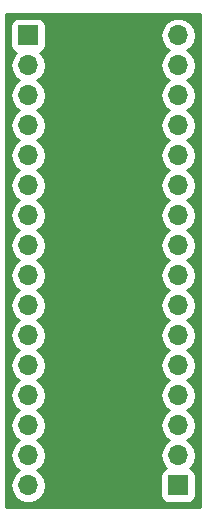
<source format=gbr>
G04 #@! TF.GenerationSoftware,KiCad,Pcbnew,(5.0.0-3-g5ebb6b6)*
G04 #@! TF.CreationDate,2019-01-26T00:41:44+00:00*
G04 #@! TF.ProjectId,QFN32,51464E33322E6B696361645F70636200,rev?*
G04 #@! TF.SameCoordinates,Original*
G04 #@! TF.FileFunction,Copper,L2,Bot,Signal*
G04 #@! TF.FilePolarity,Positive*
%FSLAX46Y46*%
G04 Gerber Fmt 4.6, Leading zero omitted, Abs format (unit mm)*
G04 Created by KiCad (PCBNEW (5.0.0-3-g5ebb6b6)) date Saturday, 26 January 2019 at 00:41:44*
%MOMM*%
%LPD*%
G01*
G04 APERTURE LIST*
G04 #@! TA.AperFunction,ComponentPad*
%ADD10R,1.700000X1.700000*%
G04 #@! TD*
G04 #@! TA.AperFunction,ComponentPad*
%ADD11O,1.700000X1.700000*%
G04 #@! TD*
G04 #@! TA.AperFunction,ViaPad*
%ADD12C,0.500000*%
G04 #@! TD*
G04 #@! TA.AperFunction,Conductor*
%ADD13C,0.100000*%
G04 #@! TD*
G04 #@! TA.AperFunction,Conductor*
%ADD14C,2.500000*%
G04 #@! TD*
G04 #@! TA.AperFunction,Conductor*
%ADD15C,0.254000*%
G04 #@! TD*
G04 APERTURE END LIST*
D10*
G04 #@! TO.P,J1,1*
G04 #@! TO.N,/THERMAL_PAD*
X135890000Y-114300000D03*
G04 #@! TD*
G04 #@! TO.P,J2,1*
G04 #@! TO.N,/THERMAL_PAD*
X135890000Y-76200000D03*
G04 #@! TD*
G04 #@! TO.P,J3,1*
G04 #@! TO.N,/1*
X129540000Y-76200000D03*
D11*
G04 #@! TO.P,J3,2*
G04 #@! TO.N,/2*
X129540000Y-78740000D03*
G04 #@! TO.P,J3,3*
G04 #@! TO.N,/3*
X129540000Y-81280000D03*
G04 #@! TO.P,J3,4*
G04 #@! TO.N,/4*
X129540000Y-83820000D03*
G04 #@! TO.P,J3,5*
G04 #@! TO.N,/5*
X129540000Y-86360000D03*
G04 #@! TO.P,J3,6*
G04 #@! TO.N,/6*
X129540000Y-88900000D03*
G04 #@! TO.P,J3,7*
G04 #@! TO.N,/7*
X129540000Y-91440000D03*
G04 #@! TO.P,J3,8*
G04 #@! TO.N,/8*
X129540000Y-93980000D03*
G04 #@! TO.P,J3,9*
G04 #@! TO.N,/9*
X129540000Y-96520000D03*
G04 #@! TO.P,J3,10*
G04 #@! TO.N,/10*
X129540000Y-99060000D03*
G04 #@! TO.P,J3,11*
G04 #@! TO.N,/11*
X129540000Y-101600000D03*
G04 #@! TO.P,J3,12*
G04 #@! TO.N,/12*
X129540000Y-104140000D03*
G04 #@! TO.P,J3,13*
G04 #@! TO.N,/13*
X129540000Y-106680000D03*
G04 #@! TO.P,J3,14*
G04 #@! TO.N,/14*
X129540000Y-109220000D03*
G04 #@! TO.P,J3,15*
G04 #@! TO.N,/15*
X129540000Y-111760000D03*
G04 #@! TO.P,J3,16*
G04 #@! TO.N,/16*
X129540000Y-114300000D03*
G04 #@! TD*
G04 #@! TO.P,J4,16*
G04 #@! TO.N,/32*
X142240000Y-76200000D03*
G04 #@! TO.P,J4,15*
G04 #@! TO.N,/31*
X142240000Y-78740000D03*
G04 #@! TO.P,J4,14*
G04 #@! TO.N,/30*
X142240000Y-81280000D03*
G04 #@! TO.P,J4,13*
G04 #@! TO.N,/29*
X142240000Y-83820000D03*
G04 #@! TO.P,J4,12*
G04 #@! TO.N,/28*
X142240000Y-86360000D03*
G04 #@! TO.P,J4,11*
G04 #@! TO.N,/27*
X142240000Y-88900000D03*
G04 #@! TO.P,J4,10*
G04 #@! TO.N,/26*
X142240000Y-91440000D03*
G04 #@! TO.P,J4,9*
G04 #@! TO.N,/25*
X142240000Y-93980000D03*
G04 #@! TO.P,J4,8*
G04 #@! TO.N,/24*
X142240000Y-96520000D03*
G04 #@! TO.P,J4,7*
G04 #@! TO.N,/23*
X142240000Y-99060000D03*
G04 #@! TO.P,J4,6*
G04 #@! TO.N,/22*
X142240000Y-101600000D03*
G04 #@! TO.P,J4,5*
G04 #@! TO.N,/21*
X142240000Y-104140000D03*
G04 #@! TO.P,J4,4*
G04 #@! TO.N,/20*
X142240000Y-106680000D03*
G04 #@! TO.P,J4,3*
G04 #@! TO.N,/19*
X142240000Y-109220000D03*
G04 #@! TO.P,J4,2*
G04 #@! TO.N,/18*
X142240000Y-111760000D03*
D10*
G04 #@! TO.P,J4,1*
G04 #@! TO.N,/17*
X142240000Y-114300000D03*
G04 #@! TD*
D12*
G04 #@! TO.N,/THERMAL_PAD*
G04 #@! TO.C,U1*
X135890000Y-93835786D03*
X136597107Y-94542893D03*
X137304214Y-95250000D03*
X135182893Y-94542893D03*
X135890000Y-95250000D03*
X136597107Y-95957107D03*
X134475786Y-95250000D03*
X135182893Y-95957107D03*
X135890000Y-96664214D03*
D13*
G36*
X135914504Y-93586990D02*
X135938773Y-93590590D01*
X135962571Y-93596551D01*
X135985671Y-93604816D01*
X136007849Y-93615306D01*
X136028893Y-93627919D01*
X136048598Y-93642533D01*
X136066777Y-93659009D01*
X137480991Y-95073223D01*
X137497467Y-95091402D01*
X137512081Y-95111107D01*
X137524694Y-95132151D01*
X137535184Y-95154329D01*
X137543449Y-95177429D01*
X137549410Y-95201227D01*
X137553010Y-95225496D01*
X137554214Y-95250000D01*
X137553010Y-95274504D01*
X137549410Y-95298773D01*
X137543449Y-95322571D01*
X137535184Y-95345671D01*
X137524694Y-95367849D01*
X137512081Y-95388893D01*
X137497467Y-95408598D01*
X137480991Y-95426777D01*
X136066777Y-96840991D01*
X136048598Y-96857467D01*
X136028893Y-96872081D01*
X136007849Y-96884694D01*
X135985671Y-96895184D01*
X135962571Y-96903449D01*
X135938773Y-96909410D01*
X135914504Y-96913010D01*
X135890000Y-96914214D01*
X135865496Y-96913010D01*
X135841227Y-96909410D01*
X135817429Y-96903449D01*
X135794329Y-96895184D01*
X135772151Y-96884694D01*
X135751107Y-96872081D01*
X135731402Y-96857467D01*
X135713223Y-96840991D01*
X134299009Y-95426777D01*
X134282533Y-95408598D01*
X134267919Y-95388893D01*
X134255306Y-95367849D01*
X134244816Y-95345671D01*
X134236551Y-95322571D01*
X134230590Y-95298773D01*
X134226990Y-95274504D01*
X134225786Y-95250000D01*
X134226990Y-95225496D01*
X134230590Y-95201227D01*
X134236551Y-95177429D01*
X134244816Y-95154329D01*
X134255306Y-95132151D01*
X134267919Y-95111107D01*
X134282533Y-95091402D01*
X134299009Y-95073223D01*
X135713223Y-93659009D01*
X135731402Y-93642533D01*
X135751107Y-93627919D01*
X135772151Y-93615306D01*
X135794329Y-93604816D01*
X135817429Y-93596551D01*
X135841227Y-93590590D01*
X135865496Y-93586990D01*
X135890000Y-93585786D01*
X135914504Y-93586990D01*
X135914504Y-93586990D01*
G37*
D14*
X135890000Y-95250000D03*
G04 #@! TD*
D15*
G04 #@! TO.N,/THERMAL_PAD*
G36*
X144070001Y-116130000D02*
X127710000Y-116130000D01*
X127710000Y-78740000D01*
X128025908Y-78740000D01*
X128141161Y-79319418D01*
X128469375Y-79810625D01*
X128767761Y-80010000D01*
X128469375Y-80209375D01*
X128141161Y-80700582D01*
X128025908Y-81280000D01*
X128141161Y-81859418D01*
X128469375Y-82350625D01*
X128767761Y-82550000D01*
X128469375Y-82749375D01*
X128141161Y-83240582D01*
X128025908Y-83820000D01*
X128141161Y-84399418D01*
X128469375Y-84890625D01*
X128767761Y-85090000D01*
X128469375Y-85289375D01*
X128141161Y-85780582D01*
X128025908Y-86360000D01*
X128141161Y-86939418D01*
X128469375Y-87430625D01*
X128767761Y-87630000D01*
X128469375Y-87829375D01*
X128141161Y-88320582D01*
X128025908Y-88900000D01*
X128141161Y-89479418D01*
X128469375Y-89970625D01*
X128767761Y-90170000D01*
X128469375Y-90369375D01*
X128141161Y-90860582D01*
X128025908Y-91440000D01*
X128141161Y-92019418D01*
X128469375Y-92510625D01*
X128767761Y-92710000D01*
X128469375Y-92909375D01*
X128141161Y-93400582D01*
X128025908Y-93980000D01*
X128141161Y-94559418D01*
X128469375Y-95050625D01*
X128767761Y-95250000D01*
X128469375Y-95449375D01*
X128141161Y-95940582D01*
X128025908Y-96520000D01*
X128141161Y-97099418D01*
X128469375Y-97590625D01*
X128767761Y-97790000D01*
X128469375Y-97989375D01*
X128141161Y-98480582D01*
X128025908Y-99060000D01*
X128141161Y-99639418D01*
X128469375Y-100130625D01*
X128767761Y-100330000D01*
X128469375Y-100529375D01*
X128141161Y-101020582D01*
X128025908Y-101600000D01*
X128141161Y-102179418D01*
X128469375Y-102670625D01*
X128767761Y-102870000D01*
X128469375Y-103069375D01*
X128141161Y-103560582D01*
X128025908Y-104140000D01*
X128141161Y-104719418D01*
X128469375Y-105210625D01*
X128767761Y-105410000D01*
X128469375Y-105609375D01*
X128141161Y-106100582D01*
X128025908Y-106680000D01*
X128141161Y-107259418D01*
X128469375Y-107750625D01*
X128767761Y-107950000D01*
X128469375Y-108149375D01*
X128141161Y-108640582D01*
X128025908Y-109220000D01*
X128141161Y-109799418D01*
X128469375Y-110290625D01*
X128767761Y-110490000D01*
X128469375Y-110689375D01*
X128141161Y-111180582D01*
X128025908Y-111760000D01*
X128141161Y-112339418D01*
X128469375Y-112830625D01*
X128767761Y-113030000D01*
X128469375Y-113229375D01*
X128141161Y-113720582D01*
X128025908Y-114300000D01*
X128141161Y-114879418D01*
X128469375Y-115370625D01*
X128960582Y-115698839D01*
X129393744Y-115785000D01*
X129686256Y-115785000D01*
X130119418Y-115698839D01*
X130610625Y-115370625D01*
X130938839Y-114879418D01*
X131054092Y-114300000D01*
X130938839Y-113720582D01*
X130610625Y-113229375D01*
X130312239Y-113030000D01*
X130610625Y-112830625D01*
X130938839Y-112339418D01*
X131054092Y-111760000D01*
X130938839Y-111180582D01*
X130610625Y-110689375D01*
X130312239Y-110490000D01*
X130610625Y-110290625D01*
X130938839Y-109799418D01*
X131054092Y-109220000D01*
X130938839Y-108640582D01*
X130610625Y-108149375D01*
X130312239Y-107950000D01*
X130610625Y-107750625D01*
X130938839Y-107259418D01*
X131054092Y-106680000D01*
X130938839Y-106100582D01*
X130610625Y-105609375D01*
X130312239Y-105410000D01*
X130610625Y-105210625D01*
X130938839Y-104719418D01*
X131054092Y-104140000D01*
X130938839Y-103560582D01*
X130610625Y-103069375D01*
X130312239Y-102870000D01*
X130610625Y-102670625D01*
X130938839Y-102179418D01*
X131054092Y-101600000D01*
X130938839Y-101020582D01*
X130610625Y-100529375D01*
X130312239Y-100330000D01*
X130610625Y-100130625D01*
X130938839Y-99639418D01*
X131054092Y-99060000D01*
X130938839Y-98480582D01*
X130610625Y-97989375D01*
X130312239Y-97790000D01*
X130610625Y-97590625D01*
X130938839Y-97099418D01*
X131054092Y-96520000D01*
X130938839Y-95940582D01*
X130610625Y-95449375D01*
X130312239Y-95250000D01*
X130610625Y-95050625D01*
X130938839Y-94559418D01*
X131054092Y-93980000D01*
X130938839Y-93400582D01*
X130610625Y-92909375D01*
X130312239Y-92710000D01*
X130610625Y-92510625D01*
X130938839Y-92019418D01*
X131054092Y-91440000D01*
X130938839Y-90860582D01*
X130610625Y-90369375D01*
X130312239Y-90170000D01*
X130610625Y-89970625D01*
X130938839Y-89479418D01*
X131054092Y-88900000D01*
X130938839Y-88320582D01*
X130610625Y-87829375D01*
X130312239Y-87630000D01*
X130610625Y-87430625D01*
X130938839Y-86939418D01*
X131054092Y-86360000D01*
X130938839Y-85780582D01*
X130610625Y-85289375D01*
X130312239Y-85090000D01*
X130610625Y-84890625D01*
X130938839Y-84399418D01*
X131054092Y-83820000D01*
X130938839Y-83240582D01*
X130610625Y-82749375D01*
X130312239Y-82550000D01*
X130610625Y-82350625D01*
X130938839Y-81859418D01*
X131054092Y-81280000D01*
X130938839Y-80700582D01*
X130610625Y-80209375D01*
X130312239Y-80010000D01*
X130610625Y-79810625D01*
X130938839Y-79319418D01*
X131054092Y-78740000D01*
X130938839Y-78160582D01*
X130610625Y-77669375D01*
X130592381Y-77657184D01*
X130637765Y-77648157D01*
X130847809Y-77507809D01*
X130988157Y-77297765D01*
X131037440Y-77050000D01*
X131037440Y-76200000D01*
X140725908Y-76200000D01*
X140841161Y-76779418D01*
X141169375Y-77270625D01*
X141467761Y-77470000D01*
X141169375Y-77669375D01*
X140841161Y-78160582D01*
X140725908Y-78740000D01*
X140841161Y-79319418D01*
X141169375Y-79810625D01*
X141467761Y-80010000D01*
X141169375Y-80209375D01*
X140841161Y-80700582D01*
X140725908Y-81280000D01*
X140841161Y-81859418D01*
X141169375Y-82350625D01*
X141467761Y-82550000D01*
X141169375Y-82749375D01*
X140841161Y-83240582D01*
X140725908Y-83820000D01*
X140841161Y-84399418D01*
X141169375Y-84890625D01*
X141467761Y-85090000D01*
X141169375Y-85289375D01*
X140841161Y-85780582D01*
X140725908Y-86360000D01*
X140841161Y-86939418D01*
X141169375Y-87430625D01*
X141467761Y-87630000D01*
X141169375Y-87829375D01*
X140841161Y-88320582D01*
X140725908Y-88900000D01*
X140841161Y-89479418D01*
X141169375Y-89970625D01*
X141467761Y-90170000D01*
X141169375Y-90369375D01*
X140841161Y-90860582D01*
X140725908Y-91440000D01*
X140841161Y-92019418D01*
X141169375Y-92510625D01*
X141467761Y-92710000D01*
X141169375Y-92909375D01*
X140841161Y-93400582D01*
X140725908Y-93980000D01*
X140841161Y-94559418D01*
X141169375Y-95050625D01*
X141467761Y-95250000D01*
X141169375Y-95449375D01*
X140841161Y-95940582D01*
X140725908Y-96520000D01*
X140841161Y-97099418D01*
X141169375Y-97590625D01*
X141467761Y-97790000D01*
X141169375Y-97989375D01*
X140841161Y-98480582D01*
X140725908Y-99060000D01*
X140841161Y-99639418D01*
X141169375Y-100130625D01*
X141467761Y-100330000D01*
X141169375Y-100529375D01*
X140841161Y-101020582D01*
X140725908Y-101600000D01*
X140841161Y-102179418D01*
X141169375Y-102670625D01*
X141467761Y-102870000D01*
X141169375Y-103069375D01*
X140841161Y-103560582D01*
X140725908Y-104140000D01*
X140841161Y-104719418D01*
X141169375Y-105210625D01*
X141467761Y-105410000D01*
X141169375Y-105609375D01*
X140841161Y-106100582D01*
X140725908Y-106680000D01*
X140841161Y-107259418D01*
X141169375Y-107750625D01*
X141467761Y-107950000D01*
X141169375Y-108149375D01*
X140841161Y-108640582D01*
X140725908Y-109220000D01*
X140841161Y-109799418D01*
X141169375Y-110290625D01*
X141467761Y-110490000D01*
X141169375Y-110689375D01*
X140841161Y-111180582D01*
X140725908Y-111760000D01*
X140841161Y-112339418D01*
X141169375Y-112830625D01*
X141187619Y-112842816D01*
X141142235Y-112851843D01*
X140932191Y-112992191D01*
X140791843Y-113202235D01*
X140742560Y-113450000D01*
X140742560Y-115150000D01*
X140791843Y-115397765D01*
X140932191Y-115607809D01*
X141142235Y-115748157D01*
X141390000Y-115797440D01*
X143090000Y-115797440D01*
X143337765Y-115748157D01*
X143547809Y-115607809D01*
X143688157Y-115397765D01*
X143737440Y-115150000D01*
X143737440Y-113450000D01*
X143688157Y-113202235D01*
X143547809Y-112992191D01*
X143337765Y-112851843D01*
X143292381Y-112842816D01*
X143310625Y-112830625D01*
X143638839Y-112339418D01*
X143754092Y-111760000D01*
X143638839Y-111180582D01*
X143310625Y-110689375D01*
X143012239Y-110490000D01*
X143310625Y-110290625D01*
X143638839Y-109799418D01*
X143754092Y-109220000D01*
X143638839Y-108640582D01*
X143310625Y-108149375D01*
X143012239Y-107950000D01*
X143310625Y-107750625D01*
X143638839Y-107259418D01*
X143754092Y-106680000D01*
X143638839Y-106100582D01*
X143310625Y-105609375D01*
X143012239Y-105410000D01*
X143310625Y-105210625D01*
X143638839Y-104719418D01*
X143754092Y-104140000D01*
X143638839Y-103560582D01*
X143310625Y-103069375D01*
X143012239Y-102870000D01*
X143310625Y-102670625D01*
X143638839Y-102179418D01*
X143754092Y-101600000D01*
X143638839Y-101020582D01*
X143310625Y-100529375D01*
X143012239Y-100330000D01*
X143310625Y-100130625D01*
X143638839Y-99639418D01*
X143754092Y-99060000D01*
X143638839Y-98480582D01*
X143310625Y-97989375D01*
X143012239Y-97790000D01*
X143310625Y-97590625D01*
X143638839Y-97099418D01*
X143754092Y-96520000D01*
X143638839Y-95940582D01*
X143310625Y-95449375D01*
X143012239Y-95250000D01*
X143310625Y-95050625D01*
X143638839Y-94559418D01*
X143754092Y-93980000D01*
X143638839Y-93400582D01*
X143310625Y-92909375D01*
X143012239Y-92710000D01*
X143310625Y-92510625D01*
X143638839Y-92019418D01*
X143754092Y-91440000D01*
X143638839Y-90860582D01*
X143310625Y-90369375D01*
X143012239Y-90170000D01*
X143310625Y-89970625D01*
X143638839Y-89479418D01*
X143754092Y-88900000D01*
X143638839Y-88320582D01*
X143310625Y-87829375D01*
X143012239Y-87630000D01*
X143310625Y-87430625D01*
X143638839Y-86939418D01*
X143754092Y-86360000D01*
X143638839Y-85780582D01*
X143310625Y-85289375D01*
X143012239Y-85090000D01*
X143310625Y-84890625D01*
X143638839Y-84399418D01*
X143754092Y-83820000D01*
X143638839Y-83240582D01*
X143310625Y-82749375D01*
X143012239Y-82550000D01*
X143310625Y-82350625D01*
X143638839Y-81859418D01*
X143754092Y-81280000D01*
X143638839Y-80700582D01*
X143310625Y-80209375D01*
X143012239Y-80010000D01*
X143310625Y-79810625D01*
X143638839Y-79319418D01*
X143754092Y-78740000D01*
X143638839Y-78160582D01*
X143310625Y-77669375D01*
X143012239Y-77470000D01*
X143310625Y-77270625D01*
X143638839Y-76779418D01*
X143754092Y-76200000D01*
X143638839Y-75620582D01*
X143310625Y-75129375D01*
X142819418Y-74801161D01*
X142386256Y-74715000D01*
X142093744Y-74715000D01*
X141660582Y-74801161D01*
X141169375Y-75129375D01*
X140841161Y-75620582D01*
X140725908Y-76200000D01*
X131037440Y-76200000D01*
X131037440Y-75350000D01*
X130988157Y-75102235D01*
X130847809Y-74892191D01*
X130637765Y-74751843D01*
X130390000Y-74702560D01*
X128690000Y-74702560D01*
X128442235Y-74751843D01*
X128232191Y-74892191D01*
X128091843Y-75102235D01*
X128042560Y-75350000D01*
X128042560Y-77050000D01*
X128091843Y-77297765D01*
X128232191Y-77507809D01*
X128442235Y-77648157D01*
X128487619Y-77657184D01*
X128469375Y-77669375D01*
X128141161Y-78160582D01*
X128025908Y-78740000D01*
X127710000Y-78740000D01*
X127710000Y-74395000D01*
X144070000Y-74395000D01*
X144070001Y-116130000D01*
X144070001Y-116130000D01*
G37*
X144070001Y-116130000D02*
X127710000Y-116130000D01*
X127710000Y-78740000D01*
X128025908Y-78740000D01*
X128141161Y-79319418D01*
X128469375Y-79810625D01*
X128767761Y-80010000D01*
X128469375Y-80209375D01*
X128141161Y-80700582D01*
X128025908Y-81280000D01*
X128141161Y-81859418D01*
X128469375Y-82350625D01*
X128767761Y-82550000D01*
X128469375Y-82749375D01*
X128141161Y-83240582D01*
X128025908Y-83820000D01*
X128141161Y-84399418D01*
X128469375Y-84890625D01*
X128767761Y-85090000D01*
X128469375Y-85289375D01*
X128141161Y-85780582D01*
X128025908Y-86360000D01*
X128141161Y-86939418D01*
X128469375Y-87430625D01*
X128767761Y-87630000D01*
X128469375Y-87829375D01*
X128141161Y-88320582D01*
X128025908Y-88900000D01*
X128141161Y-89479418D01*
X128469375Y-89970625D01*
X128767761Y-90170000D01*
X128469375Y-90369375D01*
X128141161Y-90860582D01*
X128025908Y-91440000D01*
X128141161Y-92019418D01*
X128469375Y-92510625D01*
X128767761Y-92710000D01*
X128469375Y-92909375D01*
X128141161Y-93400582D01*
X128025908Y-93980000D01*
X128141161Y-94559418D01*
X128469375Y-95050625D01*
X128767761Y-95250000D01*
X128469375Y-95449375D01*
X128141161Y-95940582D01*
X128025908Y-96520000D01*
X128141161Y-97099418D01*
X128469375Y-97590625D01*
X128767761Y-97790000D01*
X128469375Y-97989375D01*
X128141161Y-98480582D01*
X128025908Y-99060000D01*
X128141161Y-99639418D01*
X128469375Y-100130625D01*
X128767761Y-100330000D01*
X128469375Y-100529375D01*
X128141161Y-101020582D01*
X128025908Y-101600000D01*
X128141161Y-102179418D01*
X128469375Y-102670625D01*
X128767761Y-102870000D01*
X128469375Y-103069375D01*
X128141161Y-103560582D01*
X128025908Y-104140000D01*
X128141161Y-104719418D01*
X128469375Y-105210625D01*
X128767761Y-105410000D01*
X128469375Y-105609375D01*
X128141161Y-106100582D01*
X128025908Y-106680000D01*
X128141161Y-107259418D01*
X128469375Y-107750625D01*
X128767761Y-107950000D01*
X128469375Y-108149375D01*
X128141161Y-108640582D01*
X128025908Y-109220000D01*
X128141161Y-109799418D01*
X128469375Y-110290625D01*
X128767761Y-110490000D01*
X128469375Y-110689375D01*
X128141161Y-111180582D01*
X128025908Y-111760000D01*
X128141161Y-112339418D01*
X128469375Y-112830625D01*
X128767761Y-113030000D01*
X128469375Y-113229375D01*
X128141161Y-113720582D01*
X128025908Y-114300000D01*
X128141161Y-114879418D01*
X128469375Y-115370625D01*
X128960582Y-115698839D01*
X129393744Y-115785000D01*
X129686256Y-115785000D01*
X130119418Y-115698839D01*
X130610625Y-115370625D01*
X130938839Y-114879418D01*
X131054092Y-114300000D01*
X130938839Y-113720582D01*
X130610625Y-113229375D01*
X130312239Y-113030000D01*
X130610625Y-112830625D01*
X130938839Y-112339418D01*
X131054092Y-111760000D01*
X130938839Y-111180582D01*
X130610625Y-110689375D01*
X130312239Y-110490000D01*
X130610625Y-110290625D01*
X130938839Y-109799418D01*
X131054092Y-109220000D01*
X130938839Y-108640582D01*
X130610625Y-108149375D01*
X130312239Y-107950000D01*
X130610625Y-107750625D01*
X130938839Y-107259418D01*
X131054092Y-106680000D01*
X130938839Y-106100582D01*
X130610625Y-105609375D01*
X130312239Y-105410000D01*
X130610625Y-105210625D01*
X130938839Y-104719418D01*
X131054092Y-104140000D01*
X130938839Y-103560582D01*
X130610625Y-103069375D01*
X130312239Y-102870000D01*
X130610625Y-102670625D01*
X130938839Y-102179418D01*
X131054092Y-101600000D01*
X130938839Y-101020582D01*
X130610625Y-100529375D01*
X130312239Y-100330000D01*
X130610625Y-100130625D01*
X130938839Y-99639418D01*
X131054092Y-99060000D01*
X130938839Y-98480582D01*
X130610625Y-97989375D01*
X130312239Y-97790000D01*
X130610625Y-97590625D01*
X130938839Y-97099418D01*
X131054092Y-96520000D01*
X130938839Y-95940582D01*
X130610625Y-95449375D01*
X130312239Y-95250000D01*
X130610625Y-95050625D01*
X130938839Y-94559418D01*
X131054092Y-93980000D01*
X130938839Y-93400582D01*
X130610625Y-92909375D01*
X130312239Y-92710000D01*
X130610625Y-92510625D01*
X130938839Y-92019418D01*
X131054092Y-91440000D01*
X130938839Y-90860582D01*
X130610625Y-90369375D01*
X130312239Y-90170000D01*
X130610625Y-89970625D01*
X130938839Y-89479418D01*
X131054092Y-88900000D01*
X130938839Y-88320582D01*
X130610625Y-87829375D01*
X130312239Y-87630000D01*
X130610625Y-87430625D01*
X130938839Y-86939418D01*
X131054092Y-86360000D01*
X130938839Y-85780582D01*
X130610625Y-85289375D01*
X130312239Y-85090000D01*
X130610625Y-84890625D01*
X130938839Y-84399418D01*
X131054092Y-83820000D01*
X130938839Y-83240582D01*
X130610625Y-82749375D01*
X130312239Y-82550000D01*
X130610625Y-82350625D01*
X130938839Y-81859418D01*
X131054092Y-81280000D01*
X130938839Y-80700582D01*
X130610625Y-80209375D01*
X130312239Y-80010000D01*
X130610625Y-79810625D01*
X130938839Y-79319418D01*
X131054092Y-78740000D01*
X130938839Y-78160582D01*
X130610625Y-77669375D01*
X130592381Y-77657184D01*
X130637765Y-77648157D01*
X130847809Y-77507809D01*
X130988157Y-77297765D01*
X131037440Y-77050000D01*
X131037440Y-76200000D01*
X140725908Y-76200000D01*
X140841161Y-76779418D01*
X141169375Y-77270625D01*
X141467761Y-77470000D01*
X141169375Y-77669375D01*
X140841161Y-78160582D01*
X140725908Y-78740000D01*
X140841161Y-79319418D01*
X141169375Y-79810625D01*
X141467761Y-80010000D01*
X141169375Y-80209375D01*
X140841161Y-80700582D01*
X140725908Y-81280000D01*
X140841161Y-81859418D01*
X141169375Y-82350625D01*
X141467761Y-82550000D01*
X141169375Y-82749375D01*
X140841161Y-83240582D01*
X140725908Y-83820000D01*
X140841161Y-84399418D01*
X141169375Y-84890625D01*
X141467761Y-85090000D01*
X141169375Y-85289375D01*
X140841161Y-85780582D01*
X140725908Y-86360000D01*
X140841161Y-86939418D01*
X141169375Y-87430625D01*
X141467761Y-87630000D01*
X141169375Y-87829375D01*
X140841161Y-88320582D01*
X140725908Y-88900000D01*
X140841161Y-89479418D01*
X141169375Y-89970625D01*
X141467761Y-90170000D01*
X141169375Y-90369375D01*
X140841161Y-90860582D01*
X140725908Y-91440000D01*
X140841161Y-92019418D01*
X141169375Y-92510625D01*
X141467761Y-92710000D01*
X141169375Y-92909375D01*
X140841161Y-93400582D01*
X140725908Y-93980000D01*
X140841161Y-94559418D01*
X141169375Y-95050625D01*
X141467761Y-95250000D01*
X141169375Y-95449375D01*
X140841161Y-95940582D01*
X140725908Y-96520000D01*
X140841161Y-97099418D01*
X141169375Y-97590625D01*
X141467761Y-97790000D01*
X141169375Y-97989375D01*
X140841161Y-98480582D01*
X140725908Y-99060000D01*
X140841161Y-99639418D01*
X141169375Y-100130625D01*
X141467761Y-100330000D01*
X141169375Y-100529375D01*
X140841161Y-101020582D01*
X140725908Y-101600000D01*
X140841161Y-102179418D01*
X141169375Y-102670625D01*
X141467761Y-102870000D01*
X141169375Y-103069375D01*
X140841161Y-103560582D01*
X140725908Y-104140000D01*
X140841161Y-104719418D01*
X141169375Y-105210625D01*
X141467761Y-105410000D01*
X141169375Y-105609375D01*
X140841161Y-106100582D01*
X140725908Y-106680000D01*
X140841161Y-107259418D01*
X141169375Y-107750625D01*
X141467761Y-107950000D01*
X141169375Y-108149375D01*
X140841161Y-108640582D01*
X140725908Y-109220000D01*
X140841161Y-109799418D01*
X141169375Y-110290625D01*
X141467761Y-110490000D01*
X141169375Y-110689375D01*
X140841161Y-111180582D01*
X140725908Y-111760000D01*
X140841161Y-112339418D01*
X141169375Y-112830625D01*
X141187619Y-112842816D01*
X141142235Y-112851843D01*
X140932191Y-112992191D01*
X140791843Y-113202235D01*
X140742560Y-113450000D01*
X140742560Y-115150000D01*
X140791843Y-115397765D01*
X140932191Y-115607809D01*
X141142235Y-115748157D01*
X141390000Y-115797440D01*
X143090000Y-115797440D01*
X143337765Y-115748157D01*
X143547809Y-115607809D01*
X143688157Y-115397765D01*
X143737440Y-115150000D01*
X143737440Y-113450000D01*
X143688157Y-113202235D01*
X143547809Y-112992191D01*
X143337765Y-112851843D01*
X143292381Y-112842816D01*
X143310625Y-112830625D01*
X143638839Y-112339418D01*
X143754092Y-111760000D01*
X143638839Y-111180582D01*
X143310625Y-110689375D01*
X143012239Y-110490000D01*
X143310625Y-110290625D01*
X143638839Y-109799418D01*
X143754092Y-109220000D01*
X143638839Y-108640582D01*
X143310625Y-108149375D01*
X143012239Y-107950000D01*
X143310625Y-107750625D01*
X143638839Y-107259418D01*
X143754092Y-106680000D01*
X143638839Y-106100582D01*
X143310625Y-105609375D01*
X143012239Y-105410000D01*
X143310625Y-105210625D01*
X143638839Y-104719418D01*
X143754092Y-104140000D01*
X143638839Y-103560582D01*
X143310625Y-103069375D01*
X143012239Y-102870000D01*
X143310625Y-102670625D01*
X143638839Y-102179418D01*
X143754092Y-101600000D01*
X143638839Y-101020582D01*
X143310625Y-100529375D01*
X143012239Y-100330000D01*
X143310625Y-100130625D01*
X143638839Y-99639418D01*
X143754092Y-99060000D01*
X143638839Y-98480582D01*
X143310625Y-97989375D01*
X143012239Y-97790000D01*
X143310625Y-97590625D01*
X143638839Y-97099418D01*
X143754092Y-96520000D01*
X143638839Y-95940582D01*
X143310625Y-95449375D01*
X143012239Y-95250000D01*
X143310625Y-95050625D01*
X143638839Y-94559418D01*
X143754092Y-93980000D01*
X143638839Y-93400582D01*
X143310625Y-92909375D01*
X143012239Y-92710000D01*
X143310625Y-92510625D01*
X143638839Y-92019418D01*
X143754092Y-91440000D01*
X143638839Y-90860582D01*
X143310625Y-90369375D01*
X143012239Y-90170000D01*
X143310625Y-89970625D01*
X143638839Y-89479418D01*
X143754092Y-88900000D01*
X143638839Y-88320582D01*
X143310625Y-87829375D01*
X143012239Y-87630000D01*
X143310625Y-87430625D01*
X143638839Y-86939418D01*
X143754092Y-86360000D01*
X143638839Y-85780582D01*
X143310625Y-85289375D01*
X143012239Y-85090000D01*
X143310625Y-84890625D01*
X143638839Y-84399418D01*
X143754092Y-83820000D01*
X143638839Y-83240582D01*
X143310625Y-82749375D01*
X143012239Y-82550000D01*
X143310625Y-82350625D01*
X143638839Y-81859418D01*
X143754092Y-81280000D01*
X143638839Y-80700582D01*
X143310625Y-80209375D01*
X143012239Y-80010000D01*
X143310625Y-79810625D01*
X143638839Y-79319418D01*
X143754092Y-78740000D01*
X143638839Y-78160582D01*
X143310625Y-77669375D01*
X143012239Y-77470000D01*
X143310625Y-77270625D01*
X143638839Y-76779418D01*
X143754092Y-76200000D01*
X143638839Y-75620582D01*
X143310625Y-75129375D01*
X142819418Y-74801161D01*
X142386256Y-74715000D01*
X142093744Y-74715000D01*
X141660582Y-74801161D01*
X141169375Y-75129375D01*
X140841161Y-75620582D01*
X140725908Y-76200000D01*
X131037440Y-76200000D01*
X131037440Y-75350000D01*
X130988157Y-75102235D01*
X130847809Y-74892191D01*
X130637765Y-74751843D01*
X130390000Y-74702560D01*
X128690000Y-74702560D01*
X128442235Y-74751843D01*
X128232191Y-74892191D01*
X128091843Y-75102235D01*
X128042560Y-75350000D01*
X128042560Y-77050000D01*
X128091843Y-77297765D01*
X128232191Y-77507809D01*
X128442235Y-77648157D01*
X128487619Y-77657184D01*
X128469375Y-77669375D01*
X128141161Y-78160582D01*
X128025908Y-78740000D01*
X127710000Y-78740000D01*
X127710000Y-74395000D01*
X144070000Y-74395000D01*
X144070001Y-116130000D01*
G04 #@! TD*
M02*

</source>
